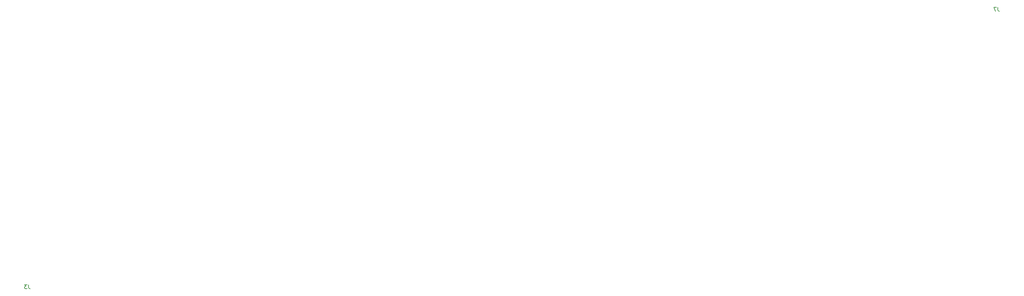
<source format=gbo>
G04 #@! TF.GenerationSoftware,KiCad,Pcbnew,7.0.1*
G04 #@! TF.CreationDate,2024-09-07T11:20:48-05:00*
G04 #@! TF.ProjectId,we816mark2,77653831-366d-4617-926b-322e6b696361,.8*
G04 #@! TF.SameCoordinates,Original*
G04 #@! TF.FileFunction,Legend,Bot*
G04 #@! TF.FilePolarity,Positive*
%FSLAX46Y46*%
G04 Gerber Fmt 4.6, Leading zero omitted, Abs format (unit mm)*
G04 Created by KiCad (PCBNEW 7.0.1) date 2024-09-07 11:20:48*
%MOMM*%
%LPD*%
G01*
G04 APERTURE LIST*
%ADD10C,0.150000*%
G04 APERTURE END LIST*
D10*
X340947333Y-68871619D02*
X340947333Y-69585904D01*
X340947333Y-69585904D02*
X340994952Y-69728761D01*
X340994952Y-69728761D02*
X341090190Y-69824000D01*
X341090190Y-69824000D02*
X341233047Y-69871619D01*
X341233047Y-69871619D02*
X341328285Y-69871619D01*
X340566380Y-68871619D02*
X339899714Y-68871619D01*
X339899714Y-68871619D02*
X340328285Y-69871619D01*
X93551333Y-139924619D02*
X93551333Y-140638904D01*
X93551333Y-140638904D02*
X93598952Y-140781761D01*
X93598952Y-140781761D02*
X93694190Y-140877000D01*
X93694190Y-140877000D02*
X93837047Y-140924619D01*
X93837047Y-140924619D02*
X93932285Y-140924619D01*
X93170380Y-139924619D02*
X92551333Y-139924619D01*
X92551333Y-139924619D02*
X92884666Y-140305571D01*
X92884666Y-140305571D02*
X92741809Y-140305571D01*
X92741809Y-140305571D02*
X92646571Y-140353190D01*
X92646571Y-140353190D02*
X92598952Y-140400809D01*
X92598952Y-140400809D02*
X92551333Y-140496047D01*
X92551333Y-140496047D02*
X92551333Y-140734142D01*
X92551333Y-140734142D02*
X92598952Y-140829380D01*
X92598952Y-140829380D02*
X92646571Y-140877000D01*
X92646571Y-140877000D02*
X92741809Y-140924619D01*
X92741809Y-140924619D02*
X93027523Y-140924619D01*
X93027523Y-140924619D02*
X93122761Y-140877000D01*
X93122761Y-140877000D02*
X93170380Y-140829380D01*
M02*

</source>
